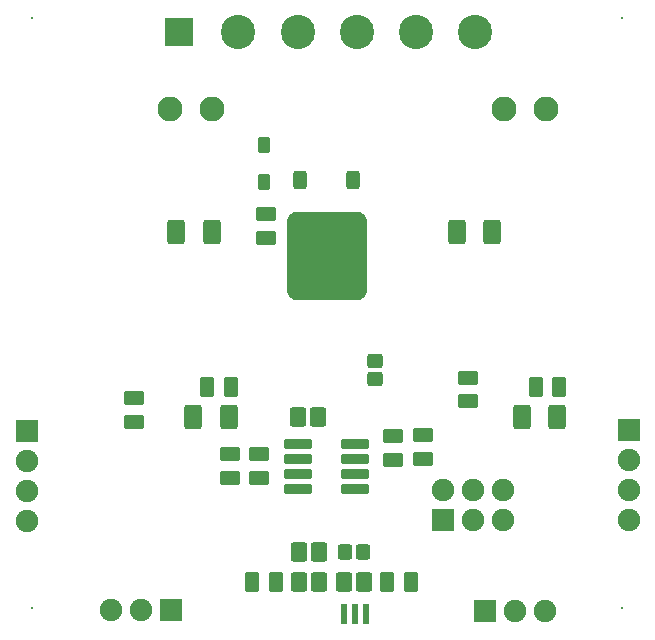
<source format=gbs>
G04 Layer_Color=16711935*
%FSLAX43Y43*%
%MOMM*%
G71*
G01*
G75*
G04:AMPARAMS|DCode=48|XSize=1.413mm|YSize=1.663mm|CornerRadius=0.253mm|HoleSize=0mm|Usage=FLASHONLY|Rotation=180.000|XOffset=0mm|YOffset=0mm|HoleType=Round|Shape=RoundedRectangle|*
%AMROUNDEDRECTD48*
21,1,1.413,1.157,0,0,180.0*
21,1,0.907,1.663,0,0,180.0*
1,1,0.506,-0.454,0.579*
1,1,0.506,0.454,0.579*
1,1,0.506,0.454,-0.579*
1,1,0.506,-0.454,-0.579*
%
%ADD48ROUNDEDRECTD48*%
G04:AMPARAMS|DCode=49|XSize=1.733mm|YSize=1.223mm|CornerRadius=0.229mm|HoleSize=0mm|Usage=FLASHONLY|Rotation=90.000|XOffset=0mm|YOffset=0mm|HoleType=Round|Shape=RoundedRectangle|*
%AMROUNDEDRECTD49*
21,1,1.733,0.765,0,0,90.0*
21,1,1.275,1.223,0,0,90.0*
1,1,0.458,0.383,0.637*
1,1,0.458,0.383,-0.637*
1,1,0.458,-0.383,-0.637*
1,1,0.458,-0.383,0.637*
%
%ADD49ROUNDEDRECTD49*%
G04:AMPARAMS|DCode=55|XSize=1.733mm|YSize=1.223mm|CornerRadius=0.229mm|HoleSize=0mm|Usage=FLASHONLY|Rotation=180.000|XOffset=0mm|YOffset=0mm|HoleType=Round|Shape=RoundedRectangle|*
%AMROUNDEDRECTD55*
21,1,1.733,0.765,0,0,180.0*
21,1,1.275,1.223,0,0,180.0*
1,1,0.458,-0.637,0.383*
1,1,0.458,0.637,0.383*
1,1,0.458,0.637,-0.383*
1,1,0.458,-0.637,-0.383*
%
%ADD55ROUNDEDRECTD55*%
G04:AMPARAMS|DCode=57|XSize=1.483mm|YSize=2.073mm|CornerRadius=0.262mm|HoleSize=0mm|Usage=FLASHONLY|Rotation=180.000|XOffset=0mm|YOffset=0mm|HoleType=Round|Shape=RoundedRectangle|*
%AMROUNDEDRECTD57*
21,1,1.483,1.550,0,0,180.0*
21,1,0.960,2.073,0,0,180.0*
1,1,0.523,-0.480,0.775*
1,1,0.523,0.480,0.775*
1,1,0.523,0.480,-0.775*
1,1,0.523,-0.480,-0.775*
%
%ADD57ROUNDEDRECTD57*%
%ADD60R,1.903X1.903*%
%ADD61C,1.903*%
%ADD62R,1.903X1.903*%
%ADD63C,2.103*%
%ADD64C,2.903*%
%ADD65R,2.403X2.403*%
%ADD66C,0.203*%
%ADD68R,0.503X1.803*%
G04:AMPARAMS|DCode=69|XSize=1.253mm|YSize=1.273mm|CornerRadius=0.233mm|HoleSize=0mm|Usage=FLASHONLY|Rotation=180.000|XOffset=0mm|YOffset=0mm|HoleType=Round|Shape=RoundedRectangle|*
%AMROUNDEDRECTD69*
21,1,1.253,0.808,0,0,180.0*
21,1,0.787,1.273,0,0,180.0*
1,1,0.466,-0.394,0.404*
1,1,0.466,0.394,0.404*
1,1,0.466,0.394,-0.404*
1,1,0.466,-0.394,-0.404*
%
%ADD69ROUNDEDRECTD69*%
G04:AMPARAMS|DCode=70|XSize=0.883mm|YSize=2.373mm|CornerRadius=0.187mm|HoleSize=0mm|Usage=FLASHONLY|Rotation=90.000|XOffset=0mm|YOffset=0mm|HoleType=Round|Shape=RoundedRectangle|*
%AMROUNDEDRECTD70*
21,1,0.883,2.000,0,0,90.0*
21,1,0.510,2.373,0,0,90.0*
1,1,0.373,1.000,0.255*
1,1,0.373,1.000,-0.255*
1,1,0.373,-1.000,-0.255*
1,1,0.373,-1.000,0.255*
%
%ADD70ROUNDEDRECTD70*%
G04:AMPARAMS|DCode=71|XSize=1.253mm|YSize=1.273mm|CornerRadius=0.233mm|HoleSize=0mm|Usage=FLASHONLY|Rotation=270.000|XOffset=0mm|YOffset=0mm|HoleType=Round|Shape=RoundedRectangle|*
%AMROUNDEDRECTD71*
21,1,1.253,0.808,0,0,270.0*
21,1,0.787,1.273,0,0,270.0*
1,1,0.466,-0.404,-0.394*
1,1,0.466,-0.404,0.394*
1,1,0.466,0.404,0.394*
1,1,0.466,0.404,-0.394*
%
%ADD71ROUNDEDRECTD71*%
G04:AMPARAMS|DCode=72|XSize=6.807mm|YSize=7.518mm|CornerRadius=0.927mm|HoleSize=0mm|Usage=FLASHONLY|Rotation=0.000|XOffset=0mm|YOffset=0mm|HoleType=Round|Shape=RoundedRectangle|*
%AMROUNDEDRECTD72*
21,1,6.807,5.664,0,0,0.0*
21,1,4.953,7.518,0,0,0.0*
1,1,1.854,2.477,-2.832*
1,1,1.854,-2.477,-2.832*
1,1,1.854,-2.477,2.832*
1,1,1.854,2.477,2.832*
%
%ADD72ROUNDEDRECTD72*%
G04:AMPARAMS|DCode=73|XSize=1.143mm|YSize=1.524mm|CornerRadius=0.219mm|HoleSize=0mm|Usage=FLASHONLY|Rotation=0.000|XOffset=0mm|YOffset=0mm|HoleType=Round|Shape=RoundedRectangle|*
%AMROUNDEDRECTD73*
21,1,1.143,1.086,0,0,0.0*
21,1,0.705,1.524,0,0,0.0*
1,1,0.438,0.352,-0.543*
1,1,0.438,-0.352,-0.543*
1,1,0.438,-0.352,0.543*
1,1,0.438,0.352,0.543*
%
%ADD73ROUNDEDRECTD73*%
G04:AMPARAMS|DCode=74|XSize=1.073mm|YSize=1.403mm|CornerRadius=0.319mm|HoleSize=0mm|Usage=FLASHONLY|Rotation=0.000|XOffset=0mm|YOffset=0mm|HoleType=Round|Shape=RoundedRectangle|*
%AMROUNDEDRECTD74*
21,1,1.073,0.765,0,0,0.0*
21,1,0.435,1.403,0,0,0.0*
1,1,0.638,0.218,-0.383*
1,1,0.638,-0.218,-0.383*
1,1,0.638,-0.218,0.383*
1,1,0.638,0.218,0.383*
%
%ADD74ROUNDEDRECTD74*%
D48*
X25782Y19479D02*
D03*
X27472Y19479D02*
D03*
X27604Y8000D02*
D03*
X25914Y8000D02*
D03*
X29650Y5500D02*
D03*
X31340Y5500D02*
D03*
X27604Y5500D02*
D03*
X25914Y5500D02*
D03*
D49*
X20108Y22025D02*
D03*
X18093Y22025D02*
D03*
X47914Y22024D02*
D03*
X45899Y22024D02*
D03*
X23912Y5525D02*
D03*
X21898Y5525D02*
D03*
X33318Y5500D02*
D03*
X35333Y5500D02*
D03*
D55*
X20055Y14278D02*
D03*
Y16293D02*
D03*
X36356Y15937D02*
D03*
Y17952D02*
D03*
X33851Y17877D02*
D03*
Y15862D02*
D03*
X22509Y16308D02*
D03*
Y14292D02*
D03*
X23051Y34644D02*
D03*
X23051Y36659D02*
D03*
X11919Y19041D02*
D03*
Y21056D02*
D03*
X40219Y20790D02*
D03*
X40219Y22805D02*
D03*
D57*
X42232Y35103D02*
D03*
X39232Y35103D02*
D03*
X15472Y35126D02*
D03*
X18472Y35126D02*
D03*
X19928Y19500D02*
D03*
X16928D02*
D03*
X47734Y19498D02*
D03*
X44734Y19498D02*
D03*
D60*
X53776Y18331D02*
D03*
X2833Y18320D02*
D03*
D61*
X53776Y15791D02*
D03*
Y13251D02*
D03*
Y10711D02*
D03*
X2833Y15780D02*
D03*
Y13240D02*
D03*
Y10700D02*
D03*
X44133Y3051D02*
D03*
X46673D02*
D03*
X12516Y3101D02*
D03*
X9976D02*
D03*
X40575Y10756D02*
D03*
X43115Y10756D02*
D03*
X43115Y13296D02*
D03*
X40575Y13296D02*
D03*
X38035Y13296D02*
D03*
D62*
X41593Y3051D02*
D03*
X15056Y3101D02*
D03*
X38035Y10756D02*
D03*
D63*
X14995Y45575D02*
D03*
X18495D02*
D03*
X43270D02*
D03*
X46770D02*
D03*
D64*
X35750Y52025D02*
D03*
X25750Y52025D02*
D03*
X20750Y52025D02*
D03*
X30750Y52025D02*
D03*
X40750D02*
D03*
D65*
X15750D02*
D03*
D66*
X3262Y53275D02*
D03*
X53262Y53275D02*
D03*
X53262Y3275D02*
D03*
X3263Y3275D02*
D03*
D68*
X31550Y2775D02*
D03*
X30600Y2775D02*
D03*
X29650Y2775D02*
D03*
D69*
X29735Y8000D02*
D03*
X31255Y8000D02*
D03*
D70*
X30642Y17180D02*
D03*
Y15910D02*
D03*
Y14640D02*
D03*
Y13370D02*
D03*
X25782Y17180D02*
D03*
Y15910D02*
D03*
Y14640D02*
D03*
Y13370D02*
D03*
D71*
X32351Y24215D02*
D03*
Y22695D02*
D03*
D72*
X28212Y33108D02*
D03*
D73*
X30473Y39559D02*
D03*
X25952D02*
D03*
D74*
X22950Y39359D02*
D03*
Y42459D02*
D03*
M02*

</source>
